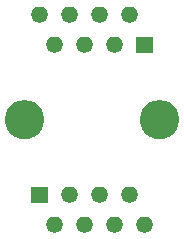
<source format=gbr>
G04 #@! TF.GenerationSoftware,KiCad,Pcbnew,(5.1.5)-3*
G04 #@! TF.CreationDate,2021-02-08T22:28:45-08:00*
G04 #@! TF.ProjectId,MoistureSensor,4d6f6973-7475-4726-9553-656e736f722e,rev?*
G04 #@! TF.SameCoordinates,Original*
G04 #@! TF.FileFunction,Soldermask,Bot*
G04 #@! TF.FilePolarity,Negative*
%FSLAX46Y46*%
G04 Gerber Fmt 4.6, Leading zero omitted, Abs format (unit mm)*
G04 Created by KiCad (PCBNEW (5.1.5)-3) date 2021-02-08 22:28:45*
%MOMM*%
%LPD*%
G04 APERTURE LIST*
%ADD10C,0.100000*%
G04 APERTURE END LIST*
D10*
G36*
X144979806Y-55221324D02*
G01*
X145104467Y-55272960D01*
X145104469Y-55272961D01*
X145216662Y-55347926D01*
X145312074Y-55443338D01*
X145312075Y-55443340D01*
X145387040Y-55555533D01*
X145438676Y-55680194D01*
X145465000Y-55812532D01*
X145465000Y-55947468D01*
X145438676Y-56079806D01*
X145387040Y-56204467D01*
X145387039Y-56204469D01*
X145312074Y-56316662D01*
X145216662Y-56412074D01*
X145104469Y-56487039D01*
X145104468Y-56487040D01*
X145104467Y-56487040D01*
X144979806Y-56538676D01*
X144847468Y-56565000D01*
X144712532Y-56565000D01*
X144580194Y-56538676D01*
X144455533Y-56487040D01*
X144455532Y-56487040D01*
X144455531Y-56487039D01*
X144343338Y-56412074D01*
X144247926Y-56316662D01*
X144172961Y-56204469D01*
X144172960Y-56204467D01*
X144121324Y-56079806D01*
X144095000Y-55947468D01*
X144095000Y-55812532D01*
X144121324Y-55680194D01*
X144172960Y-55555533D01*
X144247925Y-55443340D01*
X144247926Y-55443338D01*
X144343338Y-55347926D01*
X144455531Y-55272961D01*
X144455533Y-55272960D01*
X144580194Y-55221324D01*
X144712532Y-55195000D01*
X144847468Y-55195000D01*
X144979806Y-55221324D01*
G37*
G36*
X139899806Y-55221324D02*
G01*
X140024467Y-55272960D01*
X140024469Y-55272961D01*
X140136662Y-55347926D01*
X140232074Y-55443338D01*
X140232075Y-55443340D01*
X140307040Y-55555533D01*
X140358676Y-55680194D01*
X140385000Y-55812532D01*
X140385000Y-55947468D01*
X140358676Y-56079806D01*
X140307040Y-56204467D01*
X140307039Y-56204469D01*
X140232074Y-56316662D01*
X140136662Y-56412074D01*
X140024469Y-56487039D01*
X140024468Y-56487040D01*
X140024467Y-56487040D01*
X139899806Y-56538676D01*
X139767468Y-56565000D01*
X139632532Y-56565000D01*
X139500194Y-56538676D01*
X139375533Y-56487040D01*
X139375532Y-56487040D01*
X139375531Y-56487039D01*
X139263338Y-56412074D01*
X139167926Y-56316662D01*
X139092961Y-56204469D01*
X139092960Y-56204467D01*
X139041324Y-56079806D01*
X139015000Y-55947468D01*
X139015000Y-55812532D01*
X139041324Y-55680194D01*
X139092960Y-55555533D01*
X139167925Y-55443340D01*
X139167926Y-55443338D01*
X139263338Y-55347926D01*
X139375531Y-55272961D01*
X139375533Y-55272960D01*
X139500194Y-55221324D01*
X139632532Y-55195000D01*
X139767468Y-55195000D01*
X139899806Y-55221324D01*
G37*
G36*
X137359806Y-55221324D02*
G01*
X137484467Y-55272960D01*
X137484469Y-55272961D01*
X137596662Y-55347926D01*
X137692074Y-55443338D01*
X137692075Y-55443340D01*
X137767040Y-55555533D01*
X137818676Y-55680194D01*
X137845000Y-55812532D01*
X137845000Y-55947468D01*
X137818676Y-56079806D01*
X137767040Y-56204467D01*
X137767039Y-56204469D01*
X137692074Y-56316662D01*
X137596662Y-56412074D01*
X137484469Y-56487039D01*
X137484468Y-56487040D01*
X137484467Y-56487040D01*
X137359806Y-56538676D01*
X137227468Y-56565000D01*
X137092532Y-56565000D01*
X136960194Y-56538676D01*
X136835533Y-56487040D01*
X136835532Y-56487040D01*
X136835531Y-56487039D01*
X136723338Y-56412074D01*
X136627926Y-56316662D01*
X136552961Y-56204469D01*
X136552960Y-56204467D01*
X136501324Y-56079806D01*
X136475000Y-55947468D01*
X136475000Y-55812532D01*
X136501324Y-55680194D01*
X136552960Y-55555533D01*
X136627925Y-55443340D01*
X136627926Y-55443338D01*
X136723338Y-55347926D01*
X136835531Y-55272961D01*
X136835533Y-55272960D01*
X136960194Y-55221324D01*
X137092532Y-55195000D01*
X137227468Y-55195000D01*
X137359806Y-55221324D01*
G37*
G36*
X142439806Y-55221324D02*
G01*
X142564467Y-55272960D01*
X142564469Y-55272961D01*
X142676662Y-55347926D01*
X142772074Y-55443338D01*
X142772075Y-55443340D01*
X142847040Y-55555533D01*
X142898676Y-55680194D01*
X142925000Y-55812532D01*
X142925000Y-55947468D01*
X142898676Y-56079806D01*
X142847040Y-56204467D01*
X142847039Y-56204469D01*
X142772074Y-56316662D01*
X142676662Y-56412074D01*
X142564469Y-56487039D01*
X142564468Y-56487040D01*
X142564467Y-56487040D01*
X142439806Y-56538676D01*
X142307468Y-56565000D01*
X142172532Y-56565000D01*
X142040194Y-56538676D01*
X141915533Y-56487040D01*
X141915532Y-56487040D01*
X141915531Y-56487039D01*
X141803338Y-56412074D01*
X141707926Y-56316662D01*
X141632961Y-56204469D01*
X141632960Y-56204467D01*
X141581324Y-56079806D01*
X141555000Y-55947468D01*
X141555000Y-55812532D01*
X141581324Y-55680194D01*
X141632960Y-55555533D01*
X141707925Y-55443340D01*
X141707926Y-55443338D01*
X141803338Y-55347926D01*
X141915531Y-55272961D01*
X141915533Y-55272960D01*
X142040194Y-55221324D01*
X142172532Y-55195000D01*
X142307468Y-55195000D01*
X142439806Y-55221324D01*
G37*
G36*
X138629806Y-52681324D02*
G01*
X138754467Y-52732960D01*
X138754469Y-52732961D01*
X138866662Y-52807926D01*
X138962074Y-52903338D01*
X138962075Y-52903340D01*
X139037040Y-53015533D01*
X139088676Y-53140194D01*
X139115000Y-53272532D01*
X139115000Y-53407468D01*
X139088676Y-53539806D01*
X139037040Y-53664467D01*
X139037039Y-53664469D01*
X138962074Y-53776662D01*
X138866662Y-53872074D01*
X138754469Y-53947039D01*
X138754468Y-53947040D01*
X138754467Y-53947040D01*
X138629806Y-53998676D01*
X138497468Y-54025000D01*
X138362532Y-54025000D01*
X138230194Y-53998676D01*
X138105533Y-53947040D01*
X138105532Y-53947040D01*
X138105531Y-53947039D01*
X137993338Y-53872074D01*
X137897926Y-53776662D01*
X137822961Y-53664469D01*
X137822960Y-53664467D01*
X137771324Y-53539806D01*
X137745000Y-53407468D01*
X137745000Y-53272532D01*
X137771324Y-53140194D01*
X137822960Y-53015533D01*
X137897925Y-52903340D01*
X137897926Y-52903338D01*
X137993338Y-52807926D01*
X138105531Y-52732961D01*
X138105533Y-52732960D01*
X138230194Y-52681324D01*
X138362532Y-52655000D01*
X138497468Y-52655000D01*
X138629806Y-52681324D01*
G37*
G36*
X136575000Y-54025000D02*
G01*
X135205000Y-54025000D01*
X135205000Y-52655000D01*
X136575000Y-52655000D01*
X136575000Y-54025000D01*
G37*
G36*
X141169806Y-52681324D02*
G01*
X141294467Y-52732960D01*
X141294469Y-52732961D01*
X141406662Y-52807926D01*
X141502074Y-52903338D01*
X141502075Y-52903340D01*
X141577040Y-53015533D01*
X141628676Y-53140194D01*
X141655000Y-53272532D01*
X141655000Y-53407468D01*
X141628676Y-53539806D01*
X141577040Y-53664467D01*
X141577039Y-53664469D01*
X141502074Y-53776662D01*
X141406662Y-53872074D01*
X141294469Y-53947039D01*
X141294468Y-53947040D01*
X141294467Y-53947040D01*
X141169806Y-53998676D01*
X141037468Y-54025000D01*
X140902532Y-54025000D01*
X140770194Y-53998676D01*
X140645533Y-53947040D01*
X140645532Y-53947040D01*
X140645531Y-53947039D01*
X140533338Y-53872074D01*
X140437926Y-53776662D01*
X140362961Y-53664469D01*
X140362960Y-53664467D01*
X140311324Y-53539806D01*
X140285000Y-53407468D01*
X140285000Y-53272532D01*
X140311324Y-53140194D01*
X140362960Y-53015533D01*
X140437925Y-52903340D01*
X140437926Y-52903338D01*
X140533338Y-52807926D01*
X140645531Y-52732961D01*
X140645533Y-52732960D01*
X140770194Y-52681324D01*
X140902532Y-52655000D01*
X141037468Y-52655000D01*
X141169806Y-52681324D01*
G37*
G36*
X143709806Y-52681324D02*
G01*
X143834467Y-52732960D01*
X143834469Y-52732961D01*
X143946662Y-52807926D01*
X144042074Y-52903338D01*
X144042075Y-52903340D01*
X144117040Y-53015533D01*
X144168676Y-53140194D01*
X144195000Y-53272532D01*
X144195000Y-53407468D01*
X144168676Y-53539806D01*
X144117040Y-53664467D01*
X144117039Y-53664469D01*
X144042074Y-53776662D01*
X143946662Y-53872074D01*
X143834469Y-53947039D01*
X143834468Y-53947040D01*
X143834467Y-53947040D01*
X143709806Y-53998676D01*
X143577468Y-54025000D01*
X143442532Y-54025000D01*
X143310194Y-53998676D01*
X143185533Y-53947040D01*
X143185532Y-53947040D01*
X143185531Y-53947039D01*
X143073338Y-53872074D01*
X142977926Y-53776662D01*
X142902961Y-53664469D01*
X142902960Y-53664467D01*
X142851324Y-53539806D01*
X142825000Y-53407468D01*
X142825000Y-53272532D01*
X142851324Y-53140194D01*
X142902960Y-53015533D01*
X142977925Y-52903340D01*
X142977926Y-52903338D01*
X143073338Y-52807926D01*
X143185531Y-52732961D01*
X143185533Y-52732960D01*
X143310194Y-52681324D01*
X143442532Y-52655000D01*
X143577468Y-52655000D01*
X143709806Y-52681324D01*
G37*
G36*
X134995256Y-45381298D02*
G01*
X135101579Y-45402447D01*
X135402042Y-45526903D01*
X135672451Y-45707585D01*
X135902415Y-45937549D01*
X136083097Y-46207958D01*
X136207553Y-46508421D01*
X136271000Y-46827391D01*
X136271000Y-47152609D01*
X136207553Y-47471579D01*
X136083097Y-47772042D01*
X135902415Y-48042451D01*
X135672451Y-48272415D01*
X135402042Y-48453097D01*
X135101579Y-48577553D01*
X134995256Y-48598702D01*
X134782611Y-48641000D01*
X134457389Y-48641000D01*
X134244744Y-48598702D01*
X134138421Y-48577553D01*
X133837958Y-48453097D01*
X133567549Y-48272415D01*
X133337585Y-48042451D01*
X133156903Y-47772042D01*
X133032447Y-47471579D01*
X132969000Y-47152609D01*
X132969000Y-46827391D01*
X133032447Y-46508421D01*
X133156903Y-46207958D01*
X133337585Y-45937549D01*
X133567549Y-45707585D01*
X133837958Y-45526903D01*
X134138421Y-45402447D01*
X134244744Y-45381298D01*
X134457389Y-45339000D01*
X134782611Y-45339000D01*
X134995256Y-45381298D01*
G37*
G36*
X146425256Y-45381298D02*
G01*
X146531579Y-45402447D01*
X146832042Y-45526903D01*
X147102451Y-45707585D01*
X147332415Y-45937549D01*
X147513097Y-46207958D01*
X147637553Y-46508421D01*
X147701000Y-46827391D01*
X147701000Y-47152609D01*
X147637553Y-47471579D01*
X147513097Y-47772042D01*
X147332415Y-48042451D01*
X147102451Y-48272415D01*
X146832042Y-48453097D01*
X146531579Y-48577553D01*
X146425256Y-48598702D01*
X146212611Y-48641000D01*
X145887389Y-48641000D01*
X145674744Y-48598702D01*
X145568421Y-48577553D01*
X145267958Y-48453097D01*
X144997549Y-48272415D01*
X144767585Y-48042451D01*
X144586903Y-47772042D01*
X144462447Y-47471579D01*
X144399000Y-47152609D01*
X144399000Y-46827391D01*
X144462447Y-46508421D01*
X144586903Y-46207958D01*
X144767585Y-45937549D01*
X144997549Y-45707585D01*
X145267958Y-45526903D01*
X145568421Y-45402447D01*
X145674744Y-45381298D01*
X145887389Y-45339000D01*
X146212611Y-45339000D01*
X146425256Y-45381298D01*
G37*
G36*
X145465000Y-41325000D02*
G01*
X144095000Y-41325000D01*
X144095000Y-39955000D01*
X145465000Y-39955000D01*
X145465000Y-41325000D01*
G37*
G36*
X142439806Y-39981324D02*
G01*
X142564467Y-40032960D01*
X142564469Y-40032961D01*
X142676662Y-40107926D01*
X142772074Y-40203338D01*
X142772075Y-40203340D01*
X142847040Y-40315533D01*
X142898676Y-40440194D01*
X142925000Y-40572532D01*
X142925000Y-40707468D01*
X142898676Y-40839806D01*
X142847040Y-40964467D01*
X142847039Y-40964469D01*
X142772074Y-41076662D01*
X142676662Y-41172074D01*
X142564469Y-41247039D01*
X142564468Y-41247040D01*
X142564467Y-41247040D01*
X142439806Y-41298676D01*
X142307468Y-41325000D01*
X142172532Y-41325000D01*
X142040194Y-41298676D01*
X141915533Y-41247040D01*
X141915532Y-41247040D01*
X141915531Y-41247039D01*
X141803338Y-41172074D01*
X141707926Y-41076662D01*
X141632961Y-40964469D01*
X141632960Y-40964467D01*
X141581324Y-40839806D01*
X141555000Y-40707468D01*
X141555000Y-40572532D01*
X141581324Y-40440194D01*
X141632960Y-40315533D01*
X141707925Y-40203340D01*
X141707926Y-40203338D01*
X141803338Y-40107926D01*
X141915531Y-40032961D01*
X141915533Y-40032960D01*
X142040194Y-39981324D01*
X142172532Y-39955000D01*
X142307468Y-39955000D01*
X142439806Y-39981324D01*
G37*
G36*
X139899806Y-39981324D02*
G01*
X140024467Y-40032960D01*
X140024469Y-40032961D01*
X140136662Y-40107926D01*
X140232074Y-40203338D01*
X140232075Y-40203340D01*
X140307040Y-40315533D01*
X140358676Y-40440194D01*
X140385000Y-40572532D01*
X140385000Y-40707468D01*
X140358676Y-40839806D01*
X140307040Y-40964467D01*
X140307039Y-40964469D01*
X140232074Y-41076662D01*
X140136662Y-41172074D01*
X140024469Y-41247039D01*
X140024468Y-41247040D01*
X140024467Y-41247040D01*
X139899806Y-41298676D01*
X139767468Y-41325000D01*
X139632532Y-41325000D01*
X139500194Y-41298676D01*
X139375533Y-41247040D01*
X139375532Y-41247040D01*
X139375531Y-41247039D01*
X139263338Y-41172074D01*
X139167926Y-41076662D01*
X139092961Y-40964469D01*
X139092960Y-40964467D01*
X139041324Y-40839806D01*
X139015000Y-40707468D01*
X139015000Y-40572532D01*
X139041324Y-40440194D01*
X139092960Y-40315533D01*
X139167925Y-40203340D01*
X139167926Y-40203338D01*
X139263338Y-40107926D01*
X139375531Y-40032961D01*
X139375533Y-40032960D01*
X139500194Y-39981324D01*
X139632532Y-39955000D01*
X139767468Y-39955000D01*
X139899806Y-39981324D01*
G37*
G36*
X137359806Y-39981324D02*
G01*
X137484467Y-40032960D01*
X137484469Y-40032961D01*
X137596662Y-40107926D01*
X137692074Y-40203338D01*
X137692075Y-40203340D01*
X137767040Y-40315533D01*
X137818676Y-40440194D01*
X137845000Y-40572532D01*
X137845000Y-40707468D01*
X137818676Y-40839806D01*
X137767040Y-40964467D01*
X137767039Y-40964469D01*
X137692074Y-41076662D01*
X137596662Y-41172074D01*
X137484469Y-41247039D01*
X137484468Y-41247040D01*
X137484467Y-41247040D01*
X137359806Y-41298676D01*
X137227468Y-41325000D01*
X137092532Y-41325000D01*
X136960194Y-41298676D01*
X136835533Y-41247040D01*
X136835532Y-41247040D01*
X136835531Y-41247039D01*
X136723338Y-41172074D01*
X136627926Y-41076662D01*
X136552961Y-40964469D01*
X136552960Y-40964467D01*
X136501324Y-40839806D01*
X136475000Y-40707468D01*
X136475000Y-40572532D01*
X136501324Y-40440194D01*
X136552960Y-40315533D01*
X136627925Y-40203340D01*
X136627926Y-40203338D01*
X136723338Y-40107926D01*
X136835531Y-40032961D01*
X136835533Y-40032960D01*
X136960194Y-39981324D01*
X137092532Y-39955000D01*
X137227468Y-39955000D01*
X137359806Y-39981324D01*
G37*
G36*
X136089806Y-37441324D02*
G01*
X136214467Y-37492960D01*
X136214469Y-37492961D01*
X136326662Y-37567926D01*
X136422074Y-37663338D01*
X136422075Y-37663340D01*
X136497040Y-37775533D01*
X136548676Y-37900194D01*
X136575000Y-38032532D01*
X136575000Y-38167468D01*
X136548676Y-38299806D01*
X136497040Y-38424467D01*
X136497039Y-38424469D01*
X136422074Y-38536662D01*
X136326662Y-38632074D01*
X136214469Y-38707039D01*
X136214468Y-38707040D01*
X136214467Y-38707040D01*
X136089806Y-38758676D01*
X135957468Y-38785000D01*
X135822532Y-38785000D01*
X135690194Y-38758676D01*
X135565533Y-38707040D01*
X135565532Y-38707040D01*
X135565531Y-38707039D01*
X135453338Y-38632074D01*
X135357926Y-38536662D01*
X135282961Y-38424469D01*
X135282960Y-38424467D01*
X135231324Y-38299806D01*
X135205000Y-38167468D01*
X135205000Y-38032532D01*
X135231324Y-37900194D01*
X135282960Y-37775533D01*
X135357925Y-37663340D01*
X135357926Y-37663338D01*
X135453338Y-37567926D01*
X135565531Y-37492961D01*
X135565533Y-37492960D01*
X135690194Y-37441324D01*
X135822532Y-37415000D01*
X135957468Y-37415000D01*
X136089806Y-37441324D01*
G37*
G36*
X143709806Y-37441324D02*
G01*
X143834467Y-37492960D01*
X143834469Y-37492961D01*
X143946662Y-37567926D01*
X144042074Y-37663338D01*
X144042075Y-37663340D01*
X144117040Y-37775533D01*
X144168676Y-37900194D01*
X144195000Y-38032532D01*
X144195000Y-38167468D01*
X144168676Y-38299806D01*
X144117040Y-38424467D01*
X144117039Y-38424469D01*
X144042074Y-38536662D01*
X143946662Y-38632074D01*
X143834469Y-38707039D01*
X143834468Y-38707040D01*
X143834467Y-38707040D01*
X143709806Y-38758676D01*
X143577468Y-38785000D01*
X143442532Y-38785000D01*
X143310194Y-38758676D01*
X143185533Y-38707040D01*
X143185532Y-38707040D01*
X143185531Y-38707039D01*
X143073338Y-38632074D01*
X142977926Y-38536662D01*
X142902961Y-38424469D01*
X142902960Y-38424467D01*
X142851324Y-38299806D01*
X142825000Y-38167468D01*
X142825000Y-38032532D01*
X142851324Y-37900194D01*
X142902960Y-37775533D01*
X142977925Y-37663340D01*
X142977926Y-37663338D01*
X143073338Y-37567926D01*
X143185531Y-37492961D01*
X143185533Y-37492960D01*
X143310194Y-37441324D01*
X143442532Y-37415000D01*
X143577468Y-37415000D01*
X143709806Y-37441324D01*
G37*
G36*
X138629806Y-37441324D02*
G01*
X138754467Y-37492960D01*
X138754469Y-37492961D01*
X138866662Y-37567926D01*
X138962074Y-37663338D01*
X138962075Y-37663340D01*
X139037040Y-37775533D01*
X139088676Y-37900194D01*
X139115000Y-38032532D01*
X139115000Y-38167468D01*
X139088676Y-38299806D01*
X139037040Y-38424467D01*
X139037039Y-38424469D01*
X138962074Y-38536662D01*
X138866662Y-38632074D01*
X138754469Y-38707039D01*
X138754468Y-38707040D01*
X138754467Y-38707040D01*
X138629806Y-38758676D01*
X138497468Y-38785000D01*
X138362532Y-38785000D01*
X138230194Y-38758676D01*
X138105533Y-38707040D01*
X138105532Y-38707040D01*
X138105531Y-38707039D01*
X137993338Y-38632074D01*
X137897926Y-38536662D01*
X137822961Y-38424469D01*
X137822960Y-38424467D01*
X137771324Y-38299806D01*
X137745000Y-38167468D01*
X137745000Y-38032532D01*
X137771324Y-37900194D01*
X137822960Y-37775533D01*
X137897925Y-37663340D01*
X137897926Y-37663338D01*
X137993338Y-37567926D01*
X138105531Y-37492961D01*
X138105533Y-37492960D01*
X138230194Y-37441324D01*
X138362532Y-37415000D01*
X138497468Y-37415000D01*
X138629806Y-37441324D01*
G37*
G36*
X141169806Y-37441324D02*
G01*
X141294467Y-37492960D01*
X141294469Y-37492961D01*
X141406662Y-37567926D01*
X141502074Y-37663338D01*
X141502075Y-37663340D01*
X141577040Y-37775533D01*
X141628676Y-37900194D01*
X141655000Y-38032532D01*
X141655000Y-38167468D01*
X141628676Y-38299806D01*
X141577040Y-38424467D01*
X141577039Y-38424469D01*
X141502074Y-38536662D01*
X141406662Y-38632074D01*
X141294469Y-38707039D01*
X141294468Y-38707040D01*
X141294467Y-38707040D01*
X141169806Y-38758676D01*
X141037468Y-38785000D01*
X140902532Y-38785000D01*
X140770194Y-38758676D01*
X140645533Y-38707040D01*
X140645532Y-38707040D01*
X140645531Y-38707039D01*
X140533338Y-38632074D01*
X140437926Y-38536662D01*
X140362961Y-38424469D01*
X140362960Y-38424467D01*
X140311324Y-38299806D01*
X140285000Y-38167468D01*
X140285000Y-38032532D01*
X140311324Y-37900194D01*
X140362960Y-37775533D01*
X140437925Y-37663340D01*
X140437926Y-37663338D01*
X140533338Y-37567926D01*
X140645531Y-37492961D01*
X140645533Y-37492960D01*
X140770194Y-37441324D01*
X140902532Y-37415000D01*
X141037468Y-37415000D01*
X141169806Y-37441324D01*
G37*
M02*

</source>
